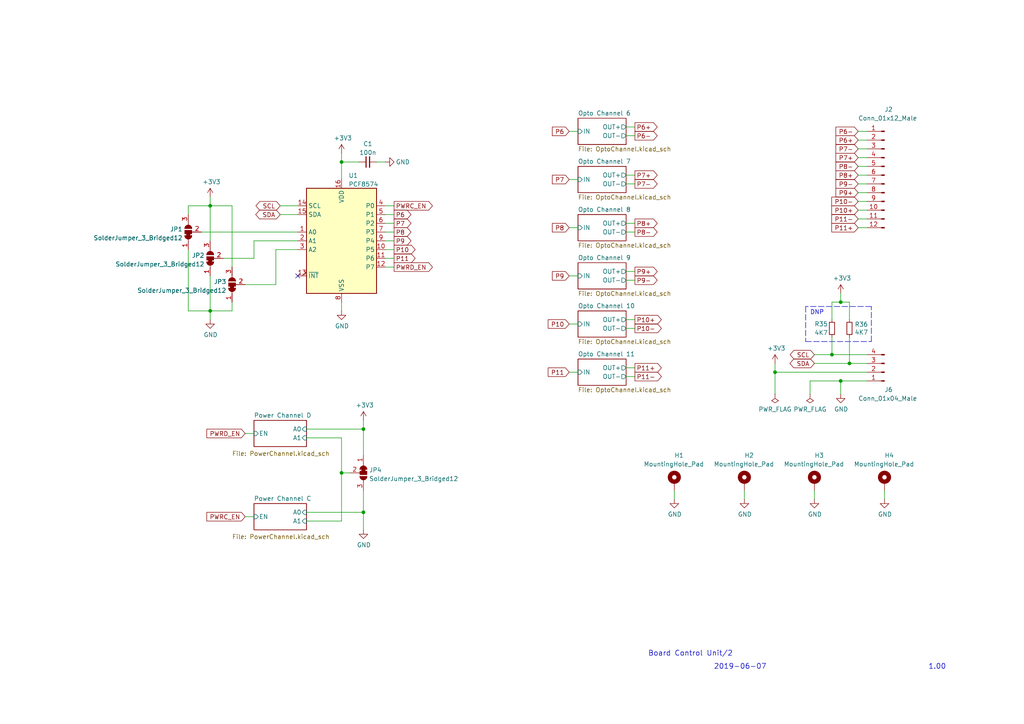
<source format=kicad_sch>
(kicad_sch (version 20211123) (generator eeschema)
  (paper "A4")
  (lib_symbols
    (symbol "Connector:Conn_01x04_Male" (pin_names (offset 1.016) hide)
      (property "Reference" "J" (at 0 5.08 0))
      (property "Value" "Conn_01x04_Male" (at 0 -7.62 0))
      (symbol "Conn_01x04_Male_1_1"
        (polyline (pts (xy 1.27 -5.08) (xy 0.8636 -5.08)) (stroke (width 0.1524)))
        (polyline (pts (xy 1.27 -2.54) (xy 0.8636 -2.54)) (stroke (width 0.1524)))
        (polyline (pts (xy 1.27 0) (xy 0.8636 0)) (stroke (width 0.1524)))
        (polyline (pts (xy 1.27 2.54) (xy 0.8636 2.54)) (stroke (width 0.1524)))
        (rectangle (start 0.8636 -4.953) (end 0 -5.207) (stroke (width 0.1524)) (fill (type outline)))
        (rectangle (start 0.8636 -2.413) (end 0 -2.667) (stroke (width 0.1524)) (fill (type outline)))
        (rectangle (start 0.8636 0.127) (end 0 -0.127) (stroke (width 0.1524)) (fill (type outline)))
        (rectangle (start 0.8636 2.667) (end 0 2.413) (stroke (width 0.1524)) (fill (type outline)))
        (pin passive line (at 5.08 2.54 180) (length 3.81) (name "Pin_1") (number "1"))
        (pin passive line (at 5.08 0 180) (length 3.81) (name "Pin_2") (number "2"))
        (pin passive line (at 5.08 -2.54 180) (length 3.81) (name "Pin_3") (number "3"))
        (pin passive line (at 5.08 -5.08 180) (length 3.81) (name "Pin_4") (number "4"))
      )
    )
    (symbol "Connector:Conn_01x12_Male" (pin_names (offset 1.016) hide)
      (property "Reference" "J" (at 0 15.24 0))
      (property "Value" "Conn_01x12_Male" (at 0 -17.78 0))
      (symbol "Conn_01x12_Male_1_1"
        (polyline (pts (xy 1.27 -15.24) (xy 0.8636 -15.24)) (stroke (width 0.1524)))
        (polyline (pts (xy 1.27 -12.7) (xy 0.8636 -12.7)) (stroke (width 0.1524)))
        (polyline (pts (xy 1.27 -10.16) (xy 0.8636 -10.16)) (stroke (width 0.1524)))
        (polyline (pts (xy 1.27 -7.62) (xy 0.8636 -7.62)) (stroke (width 0.1524)))
        (polyline (pts (xy 1.27 -5.08) (xy 0.8636 -5.08)) (stroke (width 0.1524)))
        (polyline (pts (xy 1.27 -2.54) (xy 0.8636 -2.54)) (stroke (width 0.1524)))
        (polyline (pts (xy 1.27 0) (xy 0.8636 0)) (stroke (width 0.1524)))
        (polyline (pts (xy 1.27 2.54) (xy 0.8636 2.54)) (stroke (width 0.1524)))
        (polyline (pts (xy 1.27 5.08) (xy 0.8636 5.08)) (stroke (width 0.1524)))
        (polyline (pts (xy 1.27 7.62) (xy 0.8636 7.62)) (stroke (width 0.1524)))
        (polyline (pts (xy 1.27 10.16) (xy 0.8636 10.16)) (stroke (width 0.1524)))
        (polyline (pts (xy 1.27 12.7) (xy 0.8636 12.7)) (stroke (width 0.1524)))
        (rectangle (start 0.8636 -15.113) (end 0 -15.367) (stroke (width 0.1524)) (fill (type outline)))
        (rectangle (start 0.8636 -12.573) (end 0 -12.827) (stroke (width 0.1524)) (fill (type outline)))
        (rectangle (start 0.8636 -10.033) (end 0 -10.287) (stroke (width 0.1524)) (fill (type outline)))
        (rectangle (start 0.8636 -7.493) (end 0 -7.747) (stroke (width 0.1524)) (fill (type outline)))
        (rectangle (start 0.8636 -4.953) (end 0 -5.207) (stroke (width 0.1524)) (fill (type outline)))
        (rectangle (start 0.8636 -2.413) (end 0 -2.667) (stroke (width 0.1524)) (fill (type outline)))
        (rectangle (start 0.8636 0.127) (end 0 -0.127) (stroke (width 0.1524)) (fill (type outline)))
        (rectangle (start 0.8636 2.667) (end 0 2.413) (stroke (width 0.1524)) (fill (type outline)))
        (rectangle (start 0.8636 5.207) (end 0 4.953) (stroke (width 0.1524)) (fill (type outline)))
        (rectangle (start 0.8636 7.747) (end 0 7.493) (stroke (width 0.1524)) (fill (type outline)))
        (rectangle (start 0.8636 10.287) (end 0 10.033) (stroke (width 0.1524)) (fill (type outline)))
        (rectangle (start 0.8636 12.827) (end 0 12.573) (stroke (width 0.1524)) (fill (type outline)))
        (pin passive line (at 5.08 12.7 180) (length 3.81) (name "Pin_1") (number "1"))
        (pin passive line (at 5.08 -10.16 180) (length 3.81) (name "Pin_10") (number "10"))
        (pin passive line (at 5.08 -12.7 180) (length 3.81) (name "Pin_11") (number "11"))
        (pin passive line (at 5.08 -15.24 180) (length 3.81) (name "Pin_12") (number "12"))
        (pin passive line (at 5.08 10.16 180) (length 3.81) (name "Pin_2") (number "2"))
        (pin passive line (at 5.08 7.62 180) (length 3.81) (name "Pin_3") (number "3"))
        (pin passive line (at 5.08 5.08 180) (length 3.81) (name "Pin_4") (number "4"))
        (pin passive line (at 5.08 2.54 180) (length 3.81) (name "Pin_5") (number "5"))
        (pin passive line (at 5.08 0 180) (length 3.81) (name "Pin_6") (number "6"))
        (pin passive line (at 5.08 -2.54 180) (length 3.81) (name "Pin_7") (number "7"))
        (pin passive line (at 5.08 -5.08 180) (length 3.81) (name "Pin_8") (number "8"))
        (pin passive line (at 5.08 -7.62 180) (length 3.81) (name "Pin_9") (number "9"))
      )
    )
    (symbol "Device:C_Small" (pin_numbers hide) (pin_names (offset 0.254) hide)
      (property "Reference" "C" (at 0.254 1.778 0))
      (property "Value" "C_Small" (at 0.254 -2.032 0))
      (symbol "C_Small_0_1"
        (polyline (pts (xy -1.524 -0.508) (xy 1.524 -0.508)) (stroke (width 0.3302)))
        (polyline (pts (xy -1.524 0.508) (xy 1.524 0.508)) (stroke (width 0.3048)))
      )
      (symbol "C_Small_1_1"
        (pin passive line (at 0 2.54 270) (length 2.032) (name "~") (number "1"))
        (pin passive line (at 0 -2.54 90) (length 2.032) (name "~") (number "2"))
      )
    )
    (symbol "Device:R_Small" (pin_numbers hide) (pin_names (offset 0.254) hide)
      (property "Reference" "R" (at 0.762 0.508 0))
      (property "Value" "R_Small" (at 0.762 -1.016 0))
      (symbol "R_Small_0_1"
        (rectangle (start -0.762 1.778) (end 0.762 -1.778) (stroke (width 0.2032)))
      )
      (symbol "R_Small_1_1"
        (pin passive line (at 0 2.54 270) (length 0.762) (name "~") (number "1"))
        (pin passive line (at 0 -2.54 90) (length 0.762) (name "~") (number "2"))
      )
    )
    (symbol "Interface_Expansion:PCF8574"
      (property "Reference" "U" (at -8.89 16.51 0))
      (property "Value" "PCF8574" (at 2.54 16.51 0))
      (symbol "PCF8574_0_1"
        (rectangle (start -10.16 15.24) (end 10.16 -15.24) (stroke (width 0.254)) (fill (type background)))
      )
      (symbol "PCF8574_1_1"
        (pin input line (at -12.7 2.54 0) (length 2.54) (name "A0") (number "1"))
        (pin bidirectional line (at 12.7 -2.54 180) (length 2.54) (name "P5") (number "10"))
        (pin bidirectional line (at 12.7 -5.08 180) (length 2.54) (name "P6") (number "11"))
        (pin bidirectional line (at 12.7 -7.62 180) (length 2.54) (name "P7") (number "12"))
        (pin open_collector output_low (at -12.7 -10.16 0) (length 2.54) (name "~{INT}") (number "13"))
        (pin input line (at -12.7 10.16 0) (length 2.54) (name "SCL") (number "14"))
        (pin bidirectional line (at -12.7 7.62 0) (length 2.54) (name "SDA") (number "15"))
        (pin power_in line (at 0 17.78 270) (length 2.54) (name "VDD") (number "16"))
        (pin input line (at -12.7 0 0) (length 2.54) (name "A1") (number "2"))
        (pin input line (at -12.7 -2.54 0) (length 2.54) (name "A2") (number "3"))
        (pin bidirectional line (at 12.7 10.16 180) (length 2.54) (name "P0") (number "4"))
        (pin bidirectional line (at 12.7 7.62 180) (length 2.54) (name "P1") (number "5"))
        (pin bidirectional line (at 12.7 5.08 180) (length 2.54) (name "P2") (number "6"))
        (pin bidirectional line (at 12.7 2.54 180) (length 2.54) (name "P3") (number "7"))
        (pin power_in line (at 0 -17.78 90) (length 2.54) (name "VSS") (number "8"))
        (pin bidirectional line (at 12.7 0 180) (length 2.54) (name "P4") (number "9"))
      )
    )
    (symbol "Jumper:SolderJumper_3_Bridged12" (pin_names (offset 0) hide)
      (property "Reference" "JP" (at -2.54 -2.54 0))
      (property "Value" "SolderJumper_3_Bridged12" (at 0 2.794 0))
      (symbol "SolderJumper_3_Bridged12_0_1"
        (rectangle (start -1.016 0.508) (end -0.508 -0.508) (fill (type outline)))
        (arc (start -1.016 1.016) (mid -2.032 0) (end -1.016 -1.016))
        (arc (start -1.016 1.016) (mid -2.032 0) (end -1.016 -1.016) (fill (type outline)))
        (rectangle (start -0.508 1.016) (end 0.508 -1.016) (fill (type outline)))
        (polyline (pts (xy -2.54 0) (xy -2.032 0)))
        (polyline (pts (xy -1.016 1.016) (xy -1.016 -1.016)))
        (polyline (pts (xy 0 -1.27) (xy 0 -1.016)))
        (polyline (pts (xy 1.016 1.016) (xy 1.016 -1.016)))
        (polyline (pts (xy 2.54 0) (xy 2.032 0)))
        (arc (start 1.016 -1.016) (mid 2.032 0) (end 1.016 1.016))
        (arc (start 1.016 -1.016) (mid 2.032 0) (end 1.016 1.016) (fill (type outline)))
      )
      (symbol "SolderJumper_3_Bridged12_1_1"
        (pin passive line (at -5.08 0 0) (length 2.54) (name "A") (number "1"))
        (pin passive line (at 0 -3.81 90) (length 2.54) (name "C") (number "2"))
        (pin passive line (at 5.08 0 180) (length 2.54) (name "B") (number "3"))
      )
    )
    (symbol "Mechanical:MountingHole_Pad" (pin_numbers hide) (pin_names (offset 1.016) hide)
      (property "Reference" "H" (at 0 6.35 0))
      (property "Value" "MountingHole_Pad" (at 0 4.445 0))
      (symbol "MountingHole_Pad_0_1"
        (circle (center 0 1.27) (radius 1.27) (stroke (width 1.27)))
      )
      (symbol "MountingHole_Pad_1_1"
        (pin input line (at 0 -2.54 90) (length 2.54) (name "1") (number "1"))
      )
    )
    (symbol "power:+3.3V" (power) (pin_names (offset 0))
      (property "Value" "+3.3V" (at 0 3.556 0))
      (symbol "+3.3V_0_1"
        (polyline (pts (xy -0.762 1.27) (xy 0 2.54)))
        (polyline (pts (xy 0 0) (xy 0 2.54)))
        (polyline (pts (xy 0 2.54) (xy 0.762 1.27)))
      )
      (symbol "+3.3V_1_1"
        (pin power_in line (at 0 0 90) (length 0) hide (name "+3V3") (number "1"))
      )
    )
    (symbol "power:+3V3" (power) (pin_names (offset 0))
      (property "Value" "+3V3" (at 0 3.556 0))
      (symbol "+3V3_0_1"
        (polyline (pts (xy -0.762 1.27) (xy 0 2.54)))
        (polyline (pts (xy 0 0) (xy 0 2.54)))
        (polyline (pts (xy 0 2.54) (xy 0.762 1.27)))
      )
      (symbol "+3V3_1_1"
        (pin power_in line (at 0 0 90) (length 0) hide (name "+3V3") (number "1"))
      )
    )
    (symbol "power:GND" (power) (pin_names (offset 0))
      (property "Value" "GND" (at 0 -3.81 0))
      (symbol "GND_0_1"
        (polyline (pts (xy 0 0) (xy 0 -1.27) (xy 1.27 -1.27) (xy 0 -2.54) (xy -1.27 -1.27) (xy 0 -1.27)))
      )
      (symbol "GND_1_1"
        (pin power_in line (at 0 0 270) (length 0) hide (name "GND") (number "1"))
      )
    )
    (symbol "power:PWR_FLAG" (power) (pin_numbers hide) (pin_names (offset 0) hide)
      (property "Value" "PWR_FLAG" (at 0 3.81 0))
      (symbol "PWR_FLAG_0_0"
        (pin power_out line (at 0 0 90) (length 0) (name "pwr") (number "1"))
      )
      (symbol "PWR_FLAG_0_1"
        (polyline (pts (xy 0 0) (xy 0 1.27) (xy -1.016 1.905) (xy 0 2.54) (xy 1.016 1.905) (xy 0 1.27)))
      )
    )
  )
  (junction (at 243.84 110.49))
  (junction (at 99.06 137.16))
  (junction (at 246.38 105.41))
  (junction (at 243.84 87.63))
  (junction (at 60.96 59.69))
  (junction (at 105.41 148.59))
  (junction (at 105.41 124.46))
  (junction (at 99.06 46.99))
  (junction (at 60.96 90.17))
  (junction (at 224.79 107.95))
  (junction (at 241.3 102.87))
  (no_connect (at 86.36 80.01))
  (wire (pts (xy 111.76 72.39) (xy 114.3 72.39)))
  (polyline (pts (xy 252.73 88.9) (xy 233.68 88.9)))
  (wire (pts (xy 248.92 63.5) (xy 251.46 63.5)))
  (wire (pts (xy 184.15 81.28) (xy 181.61 81.28)))
  (wire (pts (xy 99.06 127) (xy 99.06 137.16)))
  (wire (pts (xy 71.12 149.86) (xy 73.66 149.86)))
  (wire (pts (xy 184.15 39.37) (xy 181.61 39.37)))
  (wire (pts (xy 60.96 57.15) (xy 60.96 59.69)))
  (wire (pts (xy 67.31 77.47) (xy 67.31 59.69)))
  (wire (pts (xy 80.01 72.39) (xy 80.01 82.55)))
  (wire (pts (xy 105.41 142.24) (xy 105.41 148.59)))
  (wire (pts (xy 243.84 87.63) (xy 243.84 85.09)))
  (wire (pts (xy 215.9 142.24) (xy 215.9 144.78)))
  (wire (pts (xy 99.06 46.99) (xy 99.06 52.07)))
  (wire (pts (xy 256.54 142.24) (xy 256.54 144.78)))
  (wire (pts (xy 248.92 45.72) (xy 251.46 45.72)))
  (polyline (pts (xy 233.68 88.9) (xy 233.68 99.06)))
  (wire (pts (xy 224.79 107.95) (xy 224.79 105.41)))
  (wire (pts (xy 109.22 46.99) (xy 111.76 46.99)))
  (wire (pts (xy 99.06 46.99) (xy 104.14 46.99)))
  (wire (pts (xy 71.12 125.73) (xy 73.66 125.73)))
  (wire (pts (xy 181.61 36.83) (xy 184.15 36.83)))
  (wire (pts (xy 181.61 64.77) (xy 184.15 64.77)))
  (wire (pts (xy 111.76 64.77) (xy 114.3 64.77)))
  (wire (pts (xy 105.41 148.59) (xy 105.41 153.67)))
  (wire (pts (xy 184.15 95.25) (xy 181.61 95.25)))
  (wire (pts (xy 251.46 40.64) (xy 248.92 40.64)))
  (wire (pts (xy 88.9 151.13) (xy 99.06 151.13)))
  (wire (pts (xy 181.61 92.71) (xy 184.15 92.71)))
  (wire (pts (xy 184.15 109.22) (xy 181.61 109.22)))
  (wire (pts (xy 241.3 87.63) (xy 243.84 87.63)))
  (wire (pts (xy 236.22 142.24) (xy 236.22 144.78)))
  (polyline (pts (xy 233.68 99.06) (xy 252.73 99.06)))
  (wire (pts (xy 184.15 67.31) (xy 181.61 67.31)))
  (wire (pts (xy 54.61 59.69) (xy 60.96 59.69)))
  (wire (pts (xy 67.31 59.69) (xy 60.96 59.69)))
  (wire (pts (xy 99.06 151.13) (xy 99.06 137.16)))
  (wire (pts (xy 111.76 67.31) (xy 114.3 67.31)))
  (wire (pts (xy 105.41 124.46) (xy 105.41 132.08)))
  (wire (pts (xy 248.92 38.1) (xy 251.46 38.1)))
  (wire (pts (xy 184.15 53.34) (xy 181.61 53.34)))
  (wire (pts (xy 165.1 52.07) (xy 167.64 52.07)))
  (wire (pts (xy 248.92 48.26) (xy 251.46 48.26)))
  (wire (pts (xy 99.06 87.63) (xy 99.06 90.17)))
  (wire (pts (xy 67.31 87.63) (xy 67.31 90.17)))
  (wire (pts (xy 181.61 50.8) (xy 184.15 50.8)))
  (wire (pts (xy 60.96 90.17) (xy 60.96 92.71)))
  (wire (pts (xy 54.61 72.39) (xy 54.61 90.17)))
  (wire (pts (xy 181.61 78.74) (xy 184.15 78.74)))
  (wire (pts (xy 248.92 53.34) (xy 251.46 53.34)))
  (wire (pts (xy 246.38 87.63) (xy 243.84 87.63)))
  (wire (pts (xy 73.66 74.93) (xy 64.77 74.93)))
  (wire (pts (xy 86.36 69.85) (xy 73.66 69.85)))
  (wire (pts (xy 88.9 124.46) (xy 105.41 124.46)))
  (wire (pts (xy 67.31 90.17) (xy 60.96 90.17)))
  (polyline (pts (xy 252.73 99.06) (xy 252.73 88.9)))
  (wire (pts (xy 251.46 107.95) (xy 224.79 107.95)))
  (wire (pts (xy 111.76 59.69) (xy 114.3 59.69)))
  (wire (pts (xy 241.3 92.71) (xy 241.3 87.63)))
  (wire (pts (xy 81.28 59.69) (xy 86.36 59.69)))
  (wire (pts (xy 181.61 106.68) (xy 184.15 106.68)))
  (wire (pts (xy 165.1 107.95) (xy 167.64 107.95)))
  (wire (pts (xy 114.3 69.85) (xy 111.76 69.85)))
  (wire (pts (xy 88.9 127) (xy 99.06 127)))
  (wire (pts (xy 73.66 69.85) (xy 73.66 74.93)))
  (wire (pts (xy 60.96 59.69) (xy 60.96 69.85)))
  (wire (pts (xy 243.84 110.49) (xy 234.95 110.49)))
  (wire (pts (xy 246.38 92.71) (xy 246.38 87.63)))
  (wire (pts (xy 99.06 44.45) (xy 99.06 46.99)))
  (wire (pts (xy 224.79 107.95) (xy 224.79 114.3)))
  (wire (pts (xy 105.41 121.92) (xy 105.41 124.46)))
  (wire (pts (xy 114.3 62.23) (xy 111.76 62.23)))
  (wire (pts (xy 248.92 50.8) (xy 251.46 50.8)))
  (wire (pts (xy 195.58 142.24) (xy 195.58 144.78)))
  (wire (pts (xy 248.92 60.96) (xy 251.46 60.96)))
  (wire (pts (xy 246.38 97.79) (xy 246.38 105.41)))
  (wire (pts (xy 241.3 102.87) (xy 251.46 102.87)))
  (wire (pts (xy 248.92 66.04) (xy 251.46 66.04)))
  (wire (pts (xy 248.92 55.88) (xy 251.46 55.88)))
  (wire (pts (xy 60.96 80.01) (xy 60.96 90.17)))
  (wire (pts (xy 243.84 110.49) (xy 243.84 114.3)))
  (wire (pts (xy 114.3 74.93) (xy 111.76 74.93)))
  (wire (pts (xy 251.46 105.41) (xy 246.38 105.41)))
  (wire (pts (xy 111.76 77.47) (xy 114.3 77.47)))
  (wire (pts (xy 58.42 67.31) (xy 86.36 67.31)))
  (wire (pts (xy 236.22 102.87) (xy 241.3 102.87)))
  (wire (pts (xy 88.9 148.59) (xy 105.41 148.59)))
  (wire (pts (xy 234.95 110.49) (xy 234.95 114.3)))
  (wire (pts (xy 99.06 137.16) (xy 101.6 137.16)))
  (wire (pts (xy 248.92 43.18) (xy 251.46 43.18)))
  (wire (pts (xy 165.1 93.98) (xy 167.64 93.98)))
  (wire (pts (xy 251.46 110.49) (xy 243.84 110.49)))
  (wire (pts (xy 86.36 72.39) (xy 80.01 72.39)))
  (wire (pts (xy 54.61 90.17) (xy 60.96 90.17)))
  (wire (pts (xy 54.61 62.23) (xy 54.61 59.69)))
  (wire (pts (xy 241.3 97.79) (xy 241.3 102.87)))
  (wire (pts (xy 80.01 82.55) (xy 71.12 82.55)))
  (wire (pts (xy 248.92 58.42) (xy 251.46 58.42)))
  (wire (pts (xy 81.28 62.23) (xy 86.36 62.23)))
  (wire (pts (xy 246.38 105.41) (xy 236.22 105.41)))
  (wire (pts (xy 165.1 38.1) (xy 167.64 38.1)))
  (wire (pts (xy 165.1 66.04) (xy 167.64 66.04)))
  (wire (pts (xy 165.1 80.01) (xy 167.64 80.01)))
  (text "1.00" (at 269.24 194.31 0) (effects (font (size 1.4986 1.4986)) (justify left bottom)))
  (text "DNP" (at 234.95 91.44 0) (effects (font (size 1.27 1.27)) (justify left bottom)))
  (text "2019-06-07" (at 207.01 194.31 0) (effects (font (size 1.4986 1.4986)) (justify left bottom)))
  (text "Board Control Unit/2" (at 187.96 190.5 0) (effects (font (size 1.4986 1.4986)) (justify left bottom)))
  (global_label "P8+" (shape output) (at 184.15 64.77 0) (property "Intersheet References" "${INTERSHEET_REFS}" (effects hide)))
  (global_label "P7" (shape output) (at 114.3 64.77 0) (property "Intersheet References" "${INTERSHEET_REFS}" (effects hide)))
  (global_label "P9+" (shape input) (at 248.92 55.88 180) (property "Intersheet References" "${INTERSHEET_REFS}" (effects hide)))
  (global_label "P8" (shape input) (at 165.1 66.04 180) (property "Intersheet References" "${INTERSHEET_REFS}" (effects hide)))
  (global_label "P11-" (shape input) (at 248.92 63.5 180) (property "Intersheet References" "${INTERSHEET_REFS}" (effects hide)))
  (global_label "PWRC_EN" (shape input) (at 71.12 149.86 180) (property "Intersheet References" "${INTERSHEET_REFS}" (effects hide)))
  (global_label "P7" (shape input) (at 165.1 52.07 180) (property "Intersheet References" "${INTERSHEET_REFS}" (effects hide)))
  (global_label "P6+" (shape output) (at 184.15 36.83 0) (property "Intersheet References" "${INTERSHEET_REFS}" (effects hide)))
  (global_label "SCL" (shape bidirectional) (at 81.28 59.69 180) (property "Intersheet References" "${INTERSHEET_REFS}" (effects hide)))
  (global_label "P10-" (shape output) (at 184.15 95.25 0) (property "Intersheet References" "${INTERSHEET_REFS}" (effects hide)))
  (global_label "P10" (shape input) (at 165.1 93.98 180) (property "Intersheet References" "${INTERSHEET_REFS}" (effects hide)))
  (global_label "P8" (shape output) (at 114.3 67.31 0) (property "Intersheet References" "${INTERSHEET_REFS}" (effects hide)))
  (global_label "SCL" (shape bidirectional) (at 236.22 102.87 180) (property "Intersheet References" "${INTERSHEET_REFS}" (effects hide)))
  (global_label "P6" (shape output) (at 114.3 62.23 0) (property "Intersheet References" "${INTERSHEET_REFS}" (effects hide)))
  (global_label "SDA" (shape bidirectional) (at 81.28 62.23 180) (property "Intersheet References" "${INTERSHEET_REFS}" (effects hide)))
  (global_label "P9+" (shape output) (at 184.15 78.74 0) (property "Intersheet References" "${INTERSHEET_REFS}" (effects hide)))
  (global_label "P6-" (shape output) (at 184.15 39.37 0) (property "Intersheet References" "${INTERSHEET_REFS}" (effects hide)))
  (global_label "P11" (shape output) (at 114.3 74.93 0) (property "Intersheet References" "${INTERSHEET_REFS}" (effects hide)))
  (global_label "P6" (shape input) (at 165.1 38.1 180) (property "Intersheet References" "${INTERSHEET_REFS}" (effects hide)))
  (global_label "P10+" (shape input) (at 248.92 60.96 180) (property "Intersheet References" "${INTERSHEET_REFS}" (effects hide)))
  (global_label "P9-" (shape output) (at 184.15 81.28 0) (property "Intersheet References" "${INTERSHEET_REFS}" (effects hide)))
  (global_label "PWRD_EN" (shape output) (at 114.3 77.47 0) (property "Intersheet References" "${INTERSHEET_REFS}" (effects hide)))
  (global_label "P6+" (shape input) (at 248.92 40.64 180) (property "Intersheet References" "${INTERSHEET_REFS}" (effects hide)))
  (global_label "P7-" (shape output) (at 184.15 53.34 0) (property "Intersheet References" "${INTERSHEET_REFS}" (effects hide)))
  (global_label "SDA" (shape bidirectional) (at 236.22 105.41 180) (property "Intersheet References" "${INTERSHEET_REFS}" (effects hide)))
  (global_label "P9" (shape input) (at 165.1 80.01 180) (property "Intersheet References" "${INTERSHEET_REFS}" (effects hide)))
  (global_label "P11" (shape input) (at 165.1 107.95 180) (property "Intersheet References" "${INTERSHEET_REFS}" (effects hide)))
  (global_label "P10-" (shape input) (at 248.92 58.42 180) (property "Intersheet References" "${INTERSHEET_REFS}" (effects hide)))
  (global_label "P6-" (shape input) (at 248.92 38.1 180) (property "Intersheet References" "${INTERSHEET_REFS}" (effects hide)))
  (global_label "P10+" (shape output) (at 184.15 92.71 0) (property "Intersheet References" "${INTERSHEET_REFS}" (effects hide)))
  (global_label "P8-" (shape input) (at 248.92 48.26 180) (property "Intersheet References" "${INTERSHEET_REFS}" (effects hide)))
  (global_label "P8-" (shape output) (at 184.15 67.31 0) (property "Intersheet References" "${INTERSHEET_REFS}" (effects hide)))
  (global_label "P10" (shape output) (at 114.3 72.39 0) (property "Intersheet References" "${INTERSHEET_REFS}" (effects hide)))
  (global_label "PWRD_EN" (shape input) (at 71.12 125.73 180) (property "Intersheet References" "${INTERSHEET_REFS}" (effects hide)))
  (global_label "P7-" (shape input) (at 248.92 43.18 180) (property "Intersheet References" "${INTERSHEET_REFS}" (effects hide)))
  (global_label "PWRC_EN" (shape output) (at 114.3 59.69 0) (property "Intersheet References" "${INTERSHEET_REFS}" (effects hide)))
  (global_label "P9-" (shape input) (at 248.92 53.34 180) (property "Intersheet References" "${INTERSHEET_REFS}" (effects hide)))
  (global_label "P7+" (shape input) (at 248.92 45.72 180) (property "Intersheet References" "${INTERSHEET_REFS}" (effects hide)))
  (global_label "P8+" (shape input) (at 248.92 50.8 180) (property "Intersheet References" "${INTERSHEET_REFS}" (effects hide)))
  (global_label "P9" (shape output) (at 114.3 69.85 0) (property "Intersheet References" "${INTERSHEET_REFS}" (effects hide)))
  (global_label "P11+" (shape output) (at 184.15 106.68 0) (property "Intersheet References" "${INTERSHEET_REFS}" (effects hide)))
  (global_label "P7+" (shape output) (at 184.15 50.8 0) (property "Intersheet References" "${INTERSHEET_REFS}" (effects hide)))
  (global_label "P11+" (shape input) (at 248.92 66.04 180) (property "Intersheet References" "${INTERSHEET_REFS}" (effects hide)))
  (global_label "P11-" (shape output) (at 184.15 109.22 0) (property "Intersheet References" "${INTERSHEET_REFS}" (effects hide)))
  (symbol (lib_id "power:+3V3") (at 99.06 44.45 0) (unit 1)
    (property "Reference" "#PWR04" (effects hide))
    (property "Value" "+3V3" (at 99.441 40.0558 0))
  )
  (symbol (lib_id "power:PWR_FLAG") (at 224.79 114.3 180) (unit 1)
    (property "Reference" "#FLG0101" (effects hide))
    (property "Value" "PWR_FLAG" (at 224.79 118.7196 0))
  )
  (symbol (lib_id "power:GND") (at 105.41 153.67 0) (unit 1)
    (property "Reference" "#PWR0105" (effects hide))
    (property "Value" "GND" (at 105.537 158.0642 0))
  )
  (symbol (lib_id "power:+3V3") (at 243.84 85.09 0) (unit 1)
    (property "Reference" "#PWR0112" (effects hide))
    (property "Value" "+3V3" (at 244.221 80.6958 0))
  )
  (symbol (lib_id "Device:R_Small") (at 241.3 95.25 0) (unit 1) (in_bom no) (on_board no)
    (property "Reference" "R35" (at 236.22 93.98 0) (effects (justify left)))
    (property "Value" "4K7" (at 236.22 96.52 0) (effects (justify left)))
    (property "Footprint" "Resistor_SMD:R_0603_1608Metric_Pad1.05x0.95mm_HandSolder" (effects hide))
  )
  (symbol (lib_id "Device:R_Small") (at 246.38 95.25 0) (unit 1) (in_bom no) (on_board no)
    (property "Reference" "R36" (at 247.8786 94.0816 0) (effects (justify left)))
    (property "Value" "4K7" (at 247.8786 96.393 0) (effects (justify left)))
    (property "Footprint" "Resistor_SMD:R_0603_1608Metric_Pad1.05x0.95mm_HandSolder" (effects hide))
  )
  (symbol (lib_id "Connector:Conn_01x04_Male") (at 256.54 107.95 180) (unit 1)
    (property "Reference" "J6" (at 256.54 113.03 0) (effects (justify right)))
    (property "Value" "Conn_01x04_Male" (at 248.92 115.57 0) (effects (justify right)))
    (property "Footprint" "Connector_JST:JST_PH_B4B-PH-K_1x04_P2.00mm_Vertical" (effects hide))
  )
  (symbol (lib_id "power:GND") (at 243.84 114.3 0) (unit 1)
    (property "Reference" "#PWR024" (effects hide))
    (property "Value" "GND" (at 243.967 118.6942 0))
  )
  (symbol (lib_id "power:+3.3V") (at 224.79 105.41 0) (unit 1)
    (property "Reference" "#PWR023" (effects hide))
    (property "Value" "+3.3V" (at 225.171 101.0158 0))
  )
  (symbol (lib_id "Connector:Conn_01x12_Male") (at 256.54 50.8 0) (mirror y) (unit 1)
    (property "Reference" "J2" (at 256.54 31.75 0) (effects (justify right)))
    (property "Value" "Conn_01x12_Male" (at 248.92 34.29 0) (effects (justify right)))
    (property "Footprint" "Connector_PinHeader_2.54mm:PinHeader_1x12_P2.54mm_Vertical" (effects hide))
  )
  (symbol (lib_id "Mechanical:MountingHole_Pad") (at 195.58 139.7 0) (unit 1)
    (property "Reference" "H1" (at 195.58 132.08 0) (effects (justify left)))
    (property "Value" "MountingHole_Pad" (at 186.69 134.62 0) (effects (justify left)))
    (property "Footprint" "MountingHole:MountingHole_3.2mm_M3_DIN965_Pad" (effects hide))
  )
  (symbol (lib_id "power:GND") (at 195.58 144.78 0) (unit 1)
    (property "Reference" "#PWR037" (effects hide))
    (property "Value" "GND" (at 195.707 149.1742 0))
  )
  (symbol (lib_id "Mechanical:MountingHole_Pad") (at 215.9 139.7 0) (unit 1)
    (property "Reference" "H2" (at 215.9 132.08 0) (effects (justify left)))
    (property "Value" "MountingHole_Pad" (at 207.01 134.62 0) (effects (justify left)))
    (property "Footprint" "MountingHole:MountingHole_3.2mm_M3_DIN965_Pad" (effects hide))
  )
  (symbol (lib_id "power:GND") (at 215.9 144.78 0) (unit 1)
    (property "Reference" "#PWR038" (effects hide))
    (property "Value" "GND" (at 216.027 149.1742 0))
  )
  (symbol (lib_id "Mechanical:MountingHole_Pad") (at 236.22 139.7 0) (unit 1)
    (property "Reference" "H3" (at 236.22 132.08 0) (effects (justify left)))
    (property "Value" "MountingHole_Pad" (at 227.33 134.62 0) (effects (justify left)))
    (property "Footprint" "MountingHole:MountingHole_3.2mm_M3_DIN965_Pad" (effects hide))
  )
  (symbol (lib_id "power:GND") (at 236.22 144.78 0) (unit 1)
    (property "Reference" "#PWR039" (effects hide))
    (property "Value" "GND" (at 236.347 149.1742 0))
  )
  (symbol (lib_id "Mechanical:MountingHole_Pad") (at 256.54 139.7 0) (unit 1)
    (property "Reference" "H4" (at 256.54 132.08 0) (effects (justify left)))
    (property "Value" "MountingHole_Pad" (at 247.65 134.62 0) (effects (justify left)))
    (property "Footprint" "MountingHole:MountingHole_3.2mm_M3_DIN965_Pad" (effects hide))
  )
  (symbol (lib_id "power:GND") (at 256.54 144.78 0) (unit 1)
    (property "Reference" "#PWR040" (effects hide))
    (property "Value" "GND" (at 256.667 149.1742 0))
  )
  (symbol (lib_id "Jumper:SolderJumper_3_Bridged12") (at 105.41 137.16 270) (unit 1)
    (property "Reference" "JP4" (at 107.061 136.3253 90) (effects (justify left)))
    (property "Value" "SolderJumper_3_Bridged12" (at 107.061 138.8622 90) (effects (justify left)))
  )
  (symbol (lib_id "Jumper:SolderJumper_3_Bridged12") (at 54.61 67.31 90) (unit 1)
    (property "Reference" "JP1" (at 52.9591 66.4753 90) (effects (justify left)))
    (property "Value" "SolderJumper_3_Bridged12" (at 52.9591 69.0122 90) (effects (justify left)))
  )
  (symbol (lib_id "power:GND") (at 60.96 92.71 0) (unit 1)
    (property "Reference" "#PWR02" (effects hide))
    (property "Value" "GND" (at 61.087 97.1042 0))
  )
  (symbol (lib_id "power:GND") (at 111.76 46.99 90) (unit 1)
    (property "Reference" "#PWR010" (effects hide))
    (property "Value" "GND" (at 116.84 46.99 90))
  )
  (symbol (lib_id "power:+3V3") (at 60.96 57.15 0) (unit 1)
    (property "Reference" "#PWR01" (effects hide))
    (property "Value" "+3V3" (at 61.341 52.7558 0))
  )
  (symbol (lib_id "power:PWR_FLAG") (at 234.95 114.3 180) (unit 1)
    (property "Reference" "#FLG?" (effects hide))
    (property "Value" "PWR_FLAG" (at 234.95 118.7196 0))
  )
  (symbol (lib_id "Jumper:SolderJumper_3_Bridged12") (at 67.31 82.55 90) (unit 1)
    (property "Reference" "JP3" (at 65.6591 81.7153 90) (effects (justify left)))
    (property "Value" "SolderJumper_3_Bridged12" (at 65.6591 84.2522 90) (effects (justify left)))
  )
  (symbol (lib_id "Interface_Expansion:PCF8574") (at 99.06 69.85 0) (unit 1)
    (property "Reference" "U1" (at 101.0794 50.9102 0) (effects (justify left)))
    (property "Value" "PCF8574" (at 101.0794 53.4471 0) (effects (justify left)))
    (property "Datasheet" "http://www.nxp.com/documents/data_sheet/PCF8574_PCF8574A.pdf" (effects hide))
  )
  (symbol (lib_id "power:+3.3V") (at 105.41 121.92 0) (unit 1)
    (property "Reference" "#PWR06" (effects hide))
    (property "Value" "+3.3V" (at 105.791 117.5258 0))
  )
  (symbol (lib_id "Device:C_Small") (at 106.68 46.99 90) (unit 1)
    (property "Reference" "C1" (at 106.6863 41.7281 90))
    (property "Value" "100n" (at 106.6863 44.265 90))
    (property "Footprint" "Capacitor_SMD:C_0603_1608Metric_Pad1.05x0.95mm_HandSolder" (effects hide))
  )
  (symbol (lib_id "power:GND") (at 99.06 90.17 0) (unit 1)
    (property "Reference" "#PWR03" (effects hide))
    (property "Value" "GND" (at 99.187 94.5642 0))
  )
  (symbol (lib_id "Jumper:SolderJumper_3_Bridged12") (at 60.96 74.93 90) (unit 1)
    (property "Reference" "JP2" (at 59.3091 74.0953 90) (effects (justify left)))
    (property "Value" "SolderJumper_3_Bridged12" (at 59.3091 76.6322 90) (effects (justify left)))
  )
  (sheet (at 167.64 34.29) (size 13.97 7.62)
    (property "Sheet name" "Opto Channel 6" (at 167.64 33.5784 0) (effects (justify left bottom)))
    (property "Sheet file" "OptoChannel.kicad_sch" (at 167.64 42.4946 0) (effects (justify left top)))
    (pin "IN" input (at 167.64 38.1 180))
    (pin "OUT+" output (at 181.61 36.83 0))
    (pin "OUT-" output (at 181.61 39.37 0))
  )
  (sheet (at 73.66 146.05) (size 15.24 7.62)
    (property "Sheet name" "Power Channel C" (at 73.66 145.3384 0) (effects (justify left bottom)))
    (property "Sheet file" "PowerChannel.kicad_sch" (at 67.31 154.94 0) (effects (justify left top)))
    (pin "EN" input (at 73.66 149.86 180))
    (pin "A1" input (at 88.9 151.13 0))
    (pin "A0" input (at 88.9 148.59 0))
  )
  (sheet (at 73.66 121.92) (size 15.24 7.62)
    (property "Sheet name" "Power Channel D" (at 73.66 121.2084 0) (effects (justify left bottom)))
    (property "Sheet file" "PowerChannel.kicad_sch" (at 67.31 130.81 0) (effects (justify left top)))
    (pin "EN" input (at 73.66 125.73 180))
    (pin "A1" input (at 88.9 127 0))
    (pin "A0" input (at 88.9 124.46 0))
  )
  (sheet (at 167.64 48.26) (size 13.97 7.62)
    (property "Sheet name" "Opto Channel 7" (at 167.64 47.5484 0) (effects (justify left bottom)))
    (property "Sheet file" "OptoChannel.kicad_sch" (at 167.64 56.4646 0) (effects (justify left top)))
    (pin "IN" input (at 167.64 52.07 180))
    (pin "OUT+" output (at 181.61 50.8 0))
    (pin "OUT-" output (at 181.61 53.34 0))
  )
  (sheet (at 167.64 62.23) (size 13.97 7.62)
    (property "Sheet name" "Opto Channel 8" (at 167.64 61.5184 0) (effects (justify left bottom)))
    (property "Sheet file" "OptoChannel.kicad_sch" (at 167.64 70.4346 0) (effects (justify left top)))
    (pin "IN" input (at 167.64 66.04 180))
    (pin "OUT+" output (at 181.61 64.77 0))
    (pin "OUT-" output (at 181.61 67.31 0))
  )
  (sheet (at 167.64 76.2) (size 13.97 7.62)
    (property "Sheet name" "Opto Channel 9" (at 167.64 75.4884 0) (effects (justify left bottom)))
    (property "Sheet file" "OptoChannel.kicad_sch" (at 167.64 84.4046 0) (effects (justify left top)))
    (pin "IN" input (at 167.64 80.01 180))
    (pin "OUT+" output (at 181.61 78.74 0))
    (pin "OUT-" output (at 181.61 81.28 0))
  )
  (sheet (at 167.64 90.17) (size 13.97 7.62)
    (property "Sheet name" "Opto Channel 10" (at 167.64 89.4584 0) (effects (justify left bottom)))
    (property "Sheet file" "OptoChannel.kicad_sch" (at 167.64 98.3746 0) (effects (justify left top)))
    (pin "IN" input (at 167.64 93.98 180))
    (pin "OUT+" output (at 181.61 92.71 0))
    (pin "OUT-" output (at 181.61 95.25 0))
  )
  (sheet (at 167.64 104.14) (size 13.97 7.62)
    (property "Sheet name" "Opto Channel 11" (at 167.64 103.4284 0) (effects (justify left bottom)))
    (property "Sheet file" "OptoChannel.kicad_sch" (at 167.64 112.3446 0) (effects (justify left top)))
    (pin "IN" input (at 167.64 107.95 180))
    (pin "OUT+" output (at 181.61 106.68 0))
    (pin "OUT-" output (at 181.61 109.22 0))
  )
)
</source>
